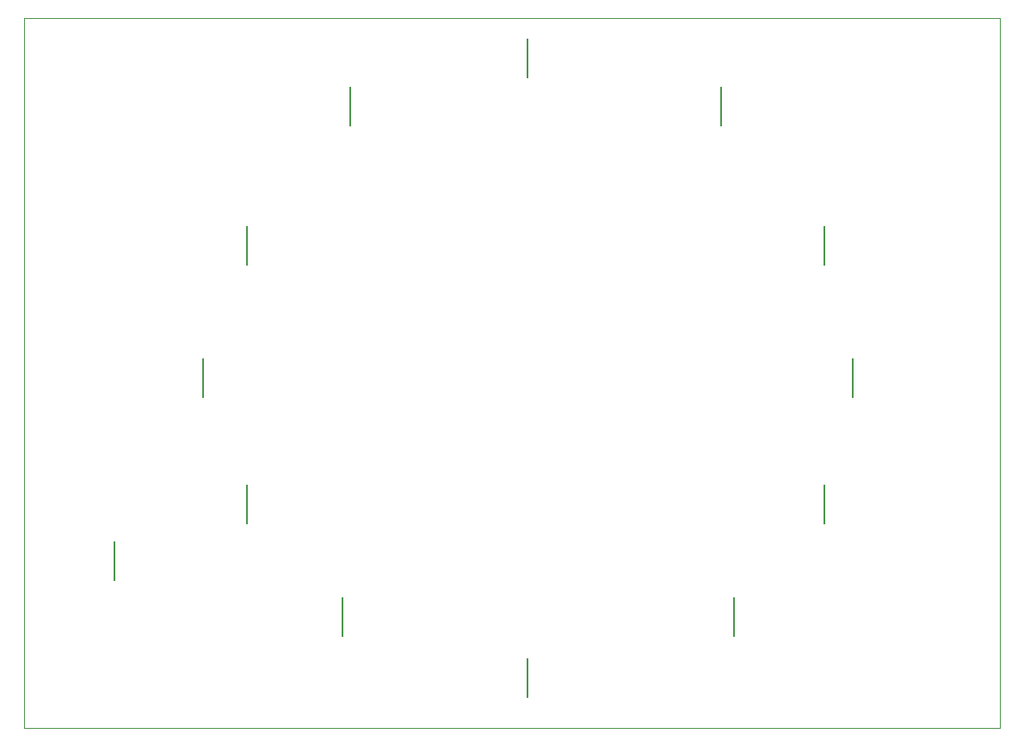
<source format=gbo>
G75*
%MOIN*%
%OFA0B0*%
%FSLAX25Y25*%
%IPPOS*%
%LPD*%
%AMOC8*
5,1,8,0,0,1.08239X$1,22.5*
%
%ADD10C,0.00000*%
%ADD11C,0.00800*%
D10*
X0001000Y0020750D02*
X0001000Y0296341D01*
X0378953Y0296341D01*
X0378953Y0020750D01*
X0001000Y0020750D01*
D11*
X0036000Y0078250D02*
X0036000Y0093250D01*
X0087063Y0100337D02*
X0087063Y0115337D01*
X0070055Y0149077D02*
X0070055Y0164077D01*
X0087063Y0200691D02*
X0087063Y0215691D01*
X0127063Y0254392D02*
X0127063Y0269392D01*
X0196039Y0273093D02*
X0196039Y0288093D01*
X0271000Y0269392D02*
X0271000Y0254392D01*
X0311000Y0215691D02*
X0311000Y0200691D01*
X0322024Y0164077D02*
X0322024Y0149077D01*
X0311000Y0115337D02*
X0311000Y0100337D01*
X0276000Y0071636D02*
X0276000Y0056636D01*
X0196039Y0047935D02*
X0196039Y0032935D01*
X0124071Y0056636D02*
X0124071Y0071636D01*
M02*

</source>
